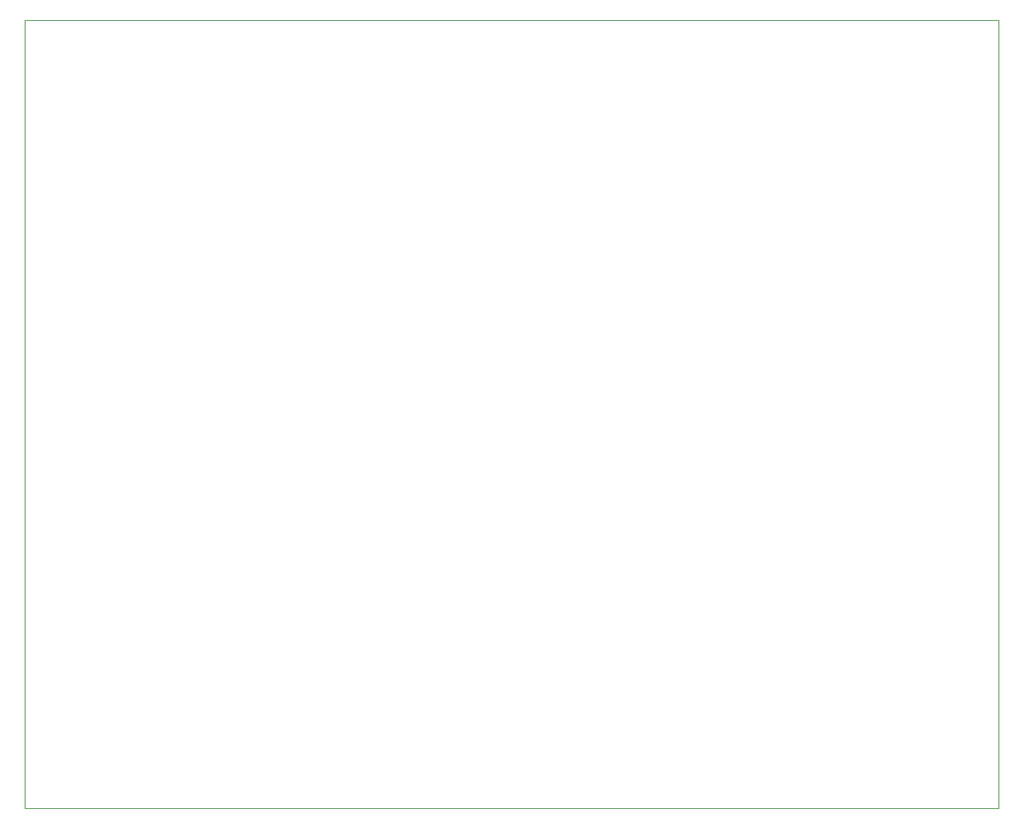
<source format=gbr>
G04 start of page 4 for group 2 idx 4 *
G04 Title: (unknown), outline *
G04 Creator: pcb 20140316 *
G04 CreationDate: Sun 18 May 2014 07:11:49 AM GMT UTC *
G04 For: pmonta *
G04 Format: Gerber/RS-274X *
G04 PCB-Dimensions (mil): 4200.00 3400.00 *
G04 PCB-Coordinate-Origin: lower left *
%MOIN*%
%FSLAX25Y25*%
%LNOUTLINE*%
%ADD87R,0.0060X0.0060*%
G54D87*X0Y340000D02*Y0D01*
Y340000D02*X420000D01*
X0Y0D02*X420000D01*
Y340000D02*Y0D01*
M02*

</source>
